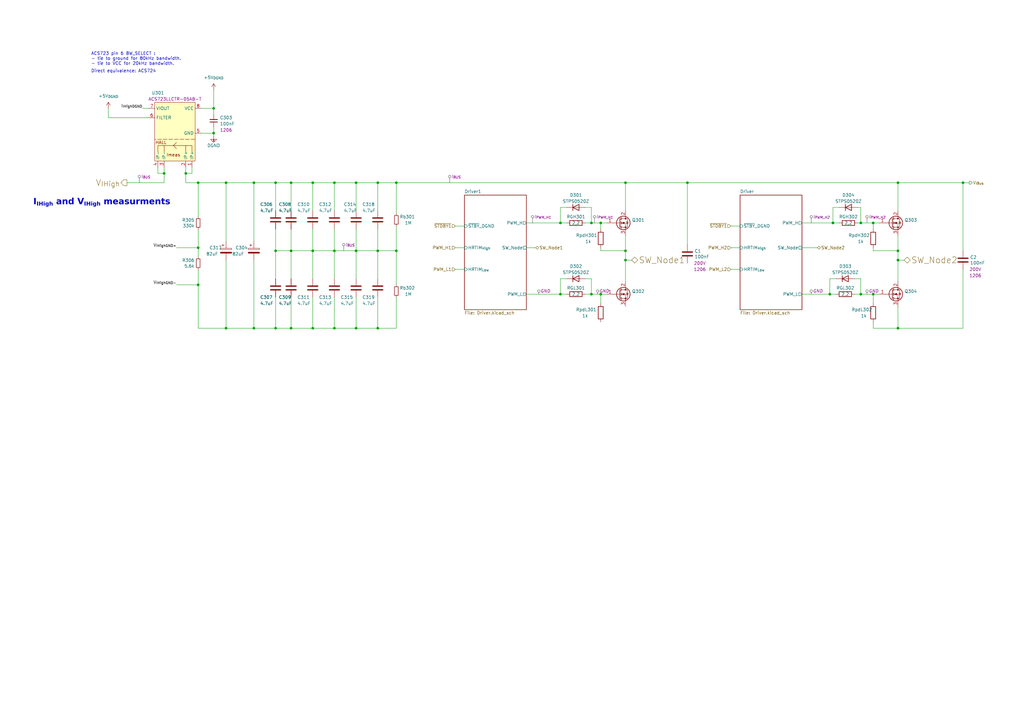
<source format=kicad_sch>
(kicad_sch (version 20250114) (generator "eeschema") (generator_version "9.0")
  (paper "A3")
  (title_block (title "Low side H bridge"))
  (lib_symbols
    (symbol "Device:C" (pin_numbers (hide yes)) (pin_names (offset 0.254))
      (property "Reference" "C" (at 0.635 2.54 0))
      (property "Value" "C" (at 0.635 -2.54 0))
      (symbol "C_0_1"
        (polyline (pts (xy -2.032 0.762) (xy 2.032 0.762)) (stroke (width 0.508)))
        (polyline (pts (xy -2.032 -0.762) (xy 2.032 -0.762)) (stroke (width 0.508)))
      )
      (symbol "C_1_1"
        (pin passive line (at 0 3.81 270) (length 2.794) (name "~") (number "1"))
        (pin passive line (at 0 -3.81 90) (length 2.794) (name "~") (number "2"))
      )
    )
    (symbol "Device:CP" (pin_numbers (hide yes)) (pin_names (offset 0.254))
      (property "Reference" "C" (at 0.635 2.54 0))
      (property "Value" "Device_CP" (at 0.635 -2.54 0))
      (symbol "CP_0_1"
        (rectangle (start -2.286 0.508) (end 2.286 1.016))
        (polyline (pts (xy -1.778 2.286) (xy -0.762 2.286)))
        (polyline (pts (xy -1.27 2.794) (xy -1.27 1.778)))
        (rectangle (start 2.286 -0.508) (end -2.286 -1.016) (fill (type outline)))
      )
      (symbol "CP_1_1"
        (pin passive line (at 0 3.81 270) (length 2.794) (name "~") (number "1"))
        (pin passive line (at 0 -3.81 90) (length 2.794) (name "~") (number "2"))
      )
    )
    (symbol "Device:C_Small" (pin_numbers (hide yes)) (pin_names (offset 0.254) (hide yes))
      (property "Reference" "C" (at 0.254 1.778 0))
      (property "Value" "C_Small" (at 0.254 -2.032 0))
      (symbol "C_Small_0_1"
        (polyline (pts (xy -1.524 0.508) (xy 1.524 0.508)) (stroke (width 0.3048)))
        (polyline (pts (xy -1.524 -0.508) (xy 1.524 -0.508)) (stroke (width 0.3302)))
      )
      (symbol "C_Small_1_1"
        (pin passive line (at 0 2.54 270) (length 2.032) (name "~") (number "1"))
        (pin passive line (at 0 -2.54 90) (length 2.032) (name "~") (number "2"))
      )
    )
    (symbol "Device:D" (pin_numbers (hide yes)) (pin_names (offset 1.016) (hide yes))
      (property "Reference" "D" (at 0 2.54 0))
      (property "Value" "D" (at 0 -2.54 0))
      (symbol "D_0_1"
        (polyline (pts (xy -1.27 1.27) (xy -1.27 -1.27)) (stroke (width 0.254)))
        (polyline (pts (xy 1.27 1.27) (xy 1.27 -1.27) (xy -1.27 0) (xy 1.27 1.27)) (stroke (width 0.254)))
        (polyline (pts (xy 1.27 0) (xy -1.27 0)))
      )
      (symbol "D_1_1"
        (pin passive line (at -3.81 0 0) (length 2.54) (name "K") (number "1"))
        (pin passive line (at 3.81 0 180) (length 2.54) (name "A") (number "2"))
      )
    )
    (symbol "Device:R" (pin_numbers (hide yes)) (pin_names (offset 0))
      (property "Reference" "R" (at 2.032 0 90))
      (property "Value" "R" (at 0 0 90))
      (symbol "R_0_1"
        (rectangle (start -1.016 -2.54) (end 1.016 2.54) (stroke (width 0.254)))
      )
      (symbol "R_1_1"
        (pin passive line (at 0 3.81 270) (length 1.27) (name "~") (number "1"))
        (pin passive line (at 0 -3.81 90) (length 1.27) (name "~") (number "2"))
      )
    )
    (symbol "Device:R_Small" (pin_numbers (hide yes)) (pin_names (offset 0.254) (hide yes))
      (property "Reference" "R" (at 0.762 0.508 0))
      (property "Value" "R_Small" (at 0.762 -1.016 0))
      (symbol "R_Small_0_1"
        (rectangle (start -0.762 1.778) (end 0.762 -1.778) (stroke (width 0.2032)))
      )
      (symbol "R_Small_1_1"
        (pin passive line (at 0 2.54 270) (length 0.762) (name "~") (number "1"))
        (pin passive line (at 0 -2.54 90) (length 0.762) (name "~") (number "2"))
      )
    )
    (symbol "R_Small_5" (pin_numbers (hide yes)) (pin_names (offset 0.254) (hide yes))
      (property "Reference" "R" (at 0.762 0.508 0))
      (property "Value" "R_Small_5" (at 0.762 -1.016 0))
      (symbol "R_Small_5_0_1"
        (rectangle (start -0.762 1.778) (end 0.762 -1.778) (stroke (width 0.2032)))
      )
      (symbol "R_Small_5_1_1"
        (pin passive line (at 0 2.54 270) (length 0.762) (name "~") (number "1"))
        (pin passive line (at 0 -2.54 90) (length 0.762) (name "~") (number "2"))
      )
    )
    (symbol "R_Small_6" (pin_numbers (hide yes)) (pin_names (offset 0.254) (hide yes))
      (property "Reference" "R" (at 0.762 0.508 0))
      (property "Value" "R_Small_6" (at 0.762 -1.016 0))
      (symbol "R_Small_6_0_1"
        (rectangle (start -0.762 1.778) (end 0.762 -1.778) (stroke (width 0.2032)))
      )
      (symbol "R_Small_6_1_1"
        (pin passive line (at 0 2.54 270) (length 0.762) (name "~") (number "1"))
        (pin passive line (at 0 -2.54 90) (length 0.762) (name "~") (number "2"))
      )
    )
    (symbol "Symbols:+12V_PGND" (power) (in_bom no) (on_board no)
      (property "Value" "+12V_PGND" (at -0.127 3.81 0))
      (symbol "+12V_PGND_0_1"
        (polyline (pts (xy -0.762 1.27) (xy 0 2.54)))
        (polyline (pts (xy 0 2.54) (xy 0.762 1.27)))
        (polyline (pts (xy 0 0) (xy 0 2.54)))
      )
      (symbol "+12V_PGND_1_1"
        (pin power_in line (at 0 0 90) (length 0) (hide yes) (name "+12V_PGND") (number "1"))
      )
    )
    (symbol "Symbols:ACS712ELCTR-20A-T"
      (property "Reference" "U602" (at 7.62 10.16 0))
      (property "Value" "+-20A Hall" (at 13.97 -15.24 0))
      (property "manf#" "ACS712ELCTR-20A-T" (at -8.89 10.16 0))
      (symbol "ACS712ELCTR-20A-T_0_0"
        (rectangle (start -8.89 8.89) (end 7.62 -15.24) (fill (type background)))
        (polyline (pts (xy -8.89 -6.35) (xy 7.62 -6.35)) (stroke (width 0) (type dash)))
        (polyline (pts (xy -1.27 -10.16) (xy 0 -8.89) (xy -1.27 -7.62)))
        (text "Imeas" (at 0 -12.7 0) (effects (font (size 1.27 1.27))))
        (text "HALL" (at 5.08 -7.62 0) (effects (font (size 1.27 1.27))))
      )
      (symbol "ACS712ELCTR-20A-T_0_1"
        (polyline (pts (xy -7.62 -11.43) (xy -7.62 -8.89) (xy 6.35 -8.89) (xy 6.35 -11.43)))
        (polyline (pts (xy -5.08 -11.43) (xy -5.08 -8.89)))
        (polyline (pts (xy 3.81 -11.43) (xy 3.81 -8.89)))
      )
      (symbol "ACS712ELCTR-20A-T_1_1"
        (pin power_in line (at -11.43 6.35 0) (length 2.54) (name "VCC") (number "8"))
        (pin power_in line (at -11.43 -3.81 0) (length 2.54) (name "GND") (number "5"))
        (pin passive line (at -7.62 -17.78 90) (length 2.54) (name "IP+") (number "1"))
        (pin passive line (at -5.08 -17.78 90) (length 2.54) (name "IP+") (number "2"))
        (pin passive line (at 3.81 -17.78 90) (length 2.54) (name "IP-") (number "3"))
        (pin passive line (at 6.35 -17.78 90) (length 2.54) (name "IP-") (number "4"))
        (pin output line (at 10.16 6.35 180) (length 2.54) (name "VIOUT") (number "7"))
        (pin passive line (at 10.16 2.54 180) (length 2.54) (name "FILTER") (number "6"))
      )
    )
    (symbol "Symbols:DGND" (power) (pin_names (offset 0))
      (property "Value" "DGND" (at 0 -3.81 0))
      (symbol "DGND_0_0"
        (text "D" (at 0 -1.778 0) (effects (font (size 0.63 0.63))))
      )
      (symbol "DGND_0_1"
        (polyline (pts (xy 0 0) (xy 0 -1.27) (xy 1.27 -1.27) (xy 0 -2.54) (xy -1.27 -1.27) (xy 0 -1.27)))
      )
      (symbol "DGND_1_1"
        (pin power_in line (at 0 0 270) (length 0) (hide yes) (name "DGND") (number "1"))
      )
    )
    (symbol "Transistor_FET:QM6006D" (pin_names (hide yes))
      (property "Reference" "Q" (at 5.08 1.905 0))
      (property "Value" "QM6006D" (at 5.08 0 0))
      (symbol "QM6006D_0_1"
        (polyline (pts (xy 0.254 1.905) (xy 0.254 -1.905)) (stroke (width 0.254)))
        (polyline (pts (xy 0.254 0) (xy -2.54 0)))
        (polyline (pts (xy 0.762 2.286) (xy 0.762 1.27)) (stroke (width 0.254)))
        (polyline (pts (xy 0.762 0.508) (xy 0.762 -0.508)) (stroke (width 0.254)))
        (polyline (pts (xy 0.762 -1.27) (xy 0.762 -2.286)) (stroke (width 0.254)))
        (polyline (pts (xy 0.762 -1.778) (xy 3.302 -1.778) (xy 3.302 1.778) (xy 0.762 1.778)))
        (polyline (pts (xy 1.016 0) (xy 2.032 0.381) (xy 2.032 -0.381) (xy 1.016 0)) (fill (type outline)))
        (circle (center 1.651 0) (radius 2.794) (stroke (width 0.254)))
        (polyline (pts (xy 2.54 2.54) (xy 2.54 1.778)))
        (circle (center 2.54 1.778) (radius 0.254) (fill (type outline)))
        (circle (center 2.54 -1.778) (radius 0.254) (fill (type outline)))
        (polyline (pts (xy 2.54 -2.54) (xy 2.54 0) (xy 0.762 0)))
        (polyline (pts (xy 2.794 0.508) (xy 2.921 0.381) (xy 3.683 0.381) (xy 3.81 0.254)))
        (polyline (pts (xy 3.302 0.381) (xy 2.921 -0.254) (xy 3.683 -0.254) (xy 3.302 0.381)))
      )
      (symbol "QM6006D_1_1"
        (pin input line (at -5.08 0 0) (length 2.54) (name "G") (number "1"))
        (pin passive line (at 2.54 5.08 270) (length 2.54) (name "D") (number "2"))
        (pin passive line (at 2.54 -5.08 90) (length 2.54) (name "S") (number "3"))
      )
    )
  )
  (text "I_{IHigh} and V_{IHigh} measurments\n" (at 69.85 85.09 0) (effects (font (size 2.54 2.54) (thickness 0.4978) (bold yes)) (justify right bottom)))
  (text "ACS723 pin 6 BW_SELECT :\n- tie to ground for 80kHz bandwidth.\n- tie to VCC for 20kHz bandwidth." (at 37.338 26.924 0) (effects (font (size 1.27 1.27)) (justify left bottom)))
  (text "Direct equivalence: ACS724" (at 37.338 29.972 0) (effects (font (size 1.27 1.27)) (justify left bottom)))
  (junction (at 146.05 134.62))
  (junction (at 281.94 74.93))
  (junction (at 229.87 91.44))
  (junction (at 104.14 74.93))
  (junction (at 246.38 120.65))
  (junction (at 128.27 74.93))
  (junction (at 81.28 116.84))
  (junction (at 368.3 102.87))
  (junction (at 146.05 74.93))
  (junction (at 67.31 71.12))
  (junction (at 368.3 134.62))
  (junction (at 154.94 74.93))
  (junction (at 119.38 74.93))
  (junction (at 162.56 74.93))
  (junction (at 128.27 102.87))
  (junction (at 154.94 134.62))
  (junction (at 246.38 91.44))
  (junction (at 358.14 120.65))
  (junction (at 256.54 106.68))
  (junction (at 87.63 44.45))
  (junction (at 87.63 54.61))
  (junction (at 341.63 91.44))
  (junction (at 92.71 74.93))
  (junction (at 137.16 74.93))
  (junction (at 146.05 102.87))
  (junction (at 104.14 134.62))
  (junction (at 113.03 74.93))
  (junction (at 242.57 91.44))
  (junction (at 119.38 102.87))
  (junction (at 113.03 134.62))
  (junction (at 394.97 74.93))
  (junction (at 256.54 102.87))
  (junction (at 229.87 120.65))
  (junction (at 137.16 134.62))
  (junction (at 154.94 102.87))
  (junction (at 368.3 106.68))
  (junction (at 81.28 74.93))
  (junction (at 119.38 134.62))
  (junction (at 76.2 71.12))
  (junction (at 137.16 102.87))
  (junction (at 353.06 120.65))
  (junction (at 256.54 74.93))
  (junction (at 92.71 134.62))
  (junction (at 162.56 102.87))
  (junction (at 81.28 101.6))
  (junction (at 368.3 74.93))
  (junction (at 242.57 120.65))
  (junction (at 113.03 102.87))
  (junction (at 128.27 134.62))
  (junction (at 340.36 120.65))
  (junction (at 358.14 91.44))
  (junction (at 353.06 91.44))
  (wire (pts (xy 92.71 74.93) (xy 104.14 74.93)))
  (wire (pts (xy 87.63 52.07) (xy 87.63 54.61)))
  (wire (pts (xy 215.9 101.6) (xy 219.71 101.6)))
  (wire (pts (xy 104.14 134.62) (xy 113.03 134.62)) (stroke (width 0.1524)))
  (wire (pts (xy 350.52 114.3) (xy 353.06 114.3)))
  (wire (pts (xy 137.16 121.92) (xy 137.16 134.62)) (stroke (width 0.1524)))
  (wire (pts (xy 81.28 101.6) (xy 81.28 105.41)))
  (wire (pts (xy 394.97 102.87) (xy 394.97 74.93)))
  (wire (pts (xy 394.97 74.93) (xy 368.3 74.93)))
  (wire (pts (xy 128.27 74.93) (xy 137.16 74.93)))
  (wire (pts (xy 229.87 114.3) (xy 229.87 120.65)))
  (wire (pts (xy 137.16 93.98) (xy 137.16 102.87)) (stroke (width 0.1524)))
  (wire (pts (xy 368.3 106.68) (xy 368.3 115.57)))
  (wire (pts (xy 64.77 71.12) (xy 64.77 68.58)) (stroke (width 0.1524)))
  (wire (pts (xy 104.14 74.93) (xy 113.03 74.93)))
  (wire (pts (xy 162.56 102.87) (xy 162.56 116.84)) (stroke (width 0.1524)))
  (wire (pts (xy 113.03 74.93) (xy 119.38 74.93)))
  (wire (pts (xy 119.38 74.93) (xy 128.27 74.93)))
  (wire (pts (xy 256.54 102.87) (xy 256.54 106.68)))
  (wire (pts (xy 128.27 121.92) (xy 128.27 134.62)) (stroke (width 0.1524)))
  (wire (pts (xy 76.2 68.58) (xy 76.2 71.12)))
  (wire (pts (xy 76.2 74.93) (xy 81.28 74.93)))
  (wire (pts (xy 394.97 110.49) (xy 394.97 134.62)) (stroke (width 0.1524)))
  (wire (pts (xy 256.54 102.87) (xy 246.38 102.87)))
  (wire (pts (xy 340.36 120.65) (xy 342.9 120.65)))
  (wire (pts (xy 137.16 74.93) (xy 137.16 86.36)))
  (wire (pts (xy 87.63 44.45) (xy 87.63 46.99)))
  (wire (pts (xy 78.74 71.12) (xy 78.74 68.58)))
  (wire (pts (xy 190.5 110.49) (xy 186.69 110.49)))
  (wire (pts (xy 368.3 102.87) (xy 358.14 102.87)))
  (wire (pts (xy 368.3 106.68) (xy 370.84 106.68)))
  (wire (pts (xy 82.55 44.45) (xy 87.63 44.45)))
  (wire (pts (xy 394.97 74.93) (xy 397.51 74.93)))
  (wire (pts (xy 229.87 85.09) (xy 232.41 85.09)))
  (wire (pts (xy 146.05 74.93) (xy 146.05 86.36)))
  (wire (pts (xy 154.94 102.87) (xy 162.56 102.87)) (stroke (width 0.1524)))
  (wire (pts (xy 154.94 134.62) (xy 162.56 134.62)) (stroke (width 0.1524)))
  (wire (pts (xy 128.27 134.62) (xy 137.16 134.62)) (stroke (width 0.1524)))
  (wire (pts (xy 146.05 102.87) (xy 146.05 114.3)) (stroke (width 0.1524)))
  (wire (pts (xy 92.71 134.62) (xy 104.14 134.62)) (stroke (width 0.1524)))
  (wire (pts (xy 229.87 85.09) (xy 229.87 91.44)))
  (wire (pts (xy 351.79 85.09) (xy 353.06 85.09)))
  (wire (pts (xy 128.27 93.98) (xy 128.27 102.87)) (stroke (width 0.1524)))
  (wire (pts (xy 87.63 54.61) (xy 87.63 55.88)))
  (wire (pts (xy 353.06 120.65) (xy 353.06 114.3)))
  (wire (pts (xy 119.38 102.87) (xy 128.27 102.87)) (stroke (width 0.1524)))
  (wire (pts (xy 119.38 102.87) (xy 119.38 114.3)) (stroke (width 0.1524)))
  (wire (pts (xy 81.28 74.93) (xy 81.28 88.9)))
  (wire (pts (xy 351.79 91.44) (xy 353.06 91.44)))
  (wire (pts (xy 240.03 120.65) (xy 242.57 120.65)))
  (wire (pts (xy 162.56 92.71) (xy 162.56 102.87)) (stroke (width 0.1524)))
  (wire (pts (xy 67.31 71.12) (xy 64.77 71.12)) (stroke (width 0.1524)))
  (wire (pts (xy 154.94 74.93) (xy 154.94 86.36)))
  (wire (pts (xy 328.93 91.44) (xy 341.63 91.44)))
  (wire (pts (xy 113.03 134.62) (xy 119.38 134.62)) (stroke (width 0.1524)))
  (wire (pts (xy 344.17 91.44) (xy 341.63 91.44)))
  (wire (pts (xy 119.38 93.98) (xy 119.38 102.87)) (stroke (width 0.1524)))
  (wire (pts (xy 44.45 44.45) (xy 44.45 48.26)))
  (wire (pts (xy 242.57 120.65) (xy 242.57 114.3)))
  (wire (pts (xy 104.14 106.68) (xy 104.14 134.62)) (stroke (width 0.1524)))
  (wire (pts (xy 81.28 74.93) (xy 92.71 74.93)))
  (wire (pts (xy 162.56 74.93) (xy 162.56 87.63)))
  (wire (pts (xy 256.54 96.52) (xy 256.54 102.87)))
  (wire (pts (xy 154.94 121.92) (xy 154.94 134.62)) (stroke (width 0.1524)))
  (wire (pts (xy 328.93 120.65) (xy 340.36 120.65)))
  (wire (pts (xy 154.94 102.87) (xy 154.94 114.3)) (stroke (width 0.1524)))
  (wire (pts (xy 256.54 106.68) (xy 256.54 115.57)))
  (wire (pts (xy 232.41 114.3) (xy 229.87 114.3)))
  (wire (pts (xy 76.2 71.12) (xy 78.74 71.12)))
  (wire (pts (xy 67.31 68.58) (xy 67.31 71.12)) (stroke (width 0.1524)))
  (wire (pts (xy 246.38 91.44) (xy 246.38 93.98)))
  (wire (pts (xy 341.63 85.09) (xy 341.63 91.44)))
  (wire (pts (xy 76.2 71.12) (xy 76.2 74.93)))
  (wire (pts (xy 119.38 134.62) (xy 128.27 134.62)) (stroke (width 0.1524)))
  (wire (pts (xy 353.06 91.44) (xy 358.14 91.44)))
  (wire (pts (xy 137.16 74.93) (xy 146.05 74.93)))
  (wire (pts (xy 242.57 91.44) (xy 242.57 85.09)))
  (wire (pts (xy 137.16 102.87) (xy 137.16 114.3)) (stroke (width 0.1524)))
  (wire (pts (xy 104.14 74.93) (xy 104.14 99.06)))
  (wire (pts (xy 368.3 74.93) (xy 368.3 86.36)))
  (wire (pts (xy 113.03 102.87) (xy 119.38 102.87)) (stroke (width 0.1524)))
  (wire (pts (xy 340.36 114.3) (xy 340.36 120.65)))
  (wire (pts (xy 358.14 101.6) (xy 358.14 102.87)))
  (wire (pts (xy 146.05 121.92) (xy 146.05 134.62)) (stroke (width 0.1524)))
  (wire (pts (xy 119.38 121.92) (xy 119.38 134.62)) (stroke (width 0.1524)))
  (wire (pts (xy 162.56 74.93) (xy 256.54 74.93)))
  (wire (pts (xy 92.71 106.68) (xy 92.71 134.62)) (stroke (width 0.1524)))
  (wire (pts (xy 146.05 102.87) (xy 154.94 102.87)) (stroke (width 0.1524)))
  (wire (pts (xy 113.03 121.92) (xy 113.03 134.62)) (stroke (width 0.1524)))
  (wire (pts (xy 242.57 91.44) (xy 246.38 91.44)))
  (wire (pts (xy 113.03 93.98) (xy 113.03 102.87)) (stroke (width 0.1524)))
  (wire (pts (xy 229.87 120.65) (xy 232.41 120.65)))
  (wire (pts (xy 246.38 101.6) (xy 246.38 102.87)))
  (wire (pts (xy 246.38 120.65) (xy 248.92 120.65)))
  (wire (pts (xy 113.03 74.93) (xy 113.03 86.36)))
  (wire (pts (xy 162.56 121.92) (xy 162.56 134.62)) (stroke (width 0.1524)))
  (wire (pts (xy 256.54 74.93) (xy 281.94 74.93)))
  (wire (pts (xy 256.54 106.68) (xy 259.08 106.68)))
  (wire (pts (xy 154.94 74.93) (xy 162.56 74.93)))
  (wire (pts (xy 87.63 36.83) (xy 87.63 44.45)))
  (wire (pts (xy 146.05 134.62) (xy 154.94 134.62)) (stroke (width 0.1524)))
  (wire (pts (xy 190.5 101.6) (xy 186.69 101.6)))
  (wire (pts (xy 81.28 110.49) (xy 81.28 116.84)) (stroke (width 0.1524)))
  (wire (pts (xy 342.9 114.3) (xy 340.36 114.3)))
  (wire (pts (xy 303.53 110.49) (xy 299.72 110.49)))
  (wire (pts (xy 44.45 48.26) (xy 60.96 48.26)))
  (wire (pts (xy 246.38 124.46) (xy 246.38 120.65)))
  (wire (pts (xy 72.39 116.84) (xy 81.28 116.84)) (stroke (width 0.1524)))
  (wire (pts (xy 358.14 132.08) (xy 358.14 134.62)) (stroke (width 0.1524)))
  (wire (pts (xy 137.16 102.87) (xy 146.05 102.87)) (stroke (width 0.1524)))
  (wire (pts (xy 281.94 74.93) (xy 281.94 100.33)))
  (wire (pts (xy 358.14 91.44) (xy 358.14 93.98)))
  (wire (pts (xy 113.03 102.87) (xy 113.03 114.3)) (stroke (width 0.1524)))
  (wire (pts (xy 368.3 96.52) (xy 368.3 102.87)))
  (wire (pts (xy 344.17 85.09) (xy 341.63 85.09)))
  (wire (pts (xy 67.31 71.12) (xy 67.31 74.93)) (stroke (width 0.1524)))
  (wire (pts (xy 128.27 74.93) (xy 128.27 86.36)))
  (wire (pts (xy 81.28 93.98) (xy 81.28 101.6)))
  (wire (pts (xy 358.14 120.65) (xy 360.68 120.65)))
  (wire (pts (xy 256.54 74.93) (xy 256.54 86.36)))
  (wire (pts (xy 394.97 134.62) (xy 368.3 134.62)) (stroke (width 0.1524)))
  (wire (pts (xy 52.07 74.93) (xy 67.31 74.93)) (stroke (width 0.1524)))
  (wire (pts (xy 146.05 74.93) (xy 154.94 74.93)))
  (wire (pts (xy 358.14 124.46) (xy 358.14 120.65)))
  (wire (pts (xy 303.53 101.6) (xy 299.72 101.6)))
  (wire (pts (xy 248.92 91.44) (xy 246.38 91.44)))
  (wire (pts (xy 240.03 114.3) (xy 242.57 114.3)))
  (wire (pts (xy 360.68 91.44) (xy 358.14 91.44)))
  (wire (pts (xy 232.41 91.44) (xy 229.87 91.44)))
  (wire (pts (xy 240.03 91.44) (xy 242.57 91.44)))
  (wire (pts (xy 128.27 102.87) (xy 128.27 114.3)) (stroke (width 0.1524)))
  (wire (pts (xy 137.16 134.62) (xy 146.05 134.62)) (stroke (width 0.1524)))
  (wire (pts (xy 190.5 92.71) (xy 186.69 92.71)))
  (wire (pts (xy 368.3 125.73) (xy 368.3 134.62)) (stroke (width 0.1524)))
  (wire (pts (xy 303.53 92.71) (xy 299.72 92.71)))
  (wire (pts (xy 353.06 91.44) (xy 353.06 85.09)))
  (wire (pts (xy 81.28 134.62) (xy 92.71 134.62)) (stroke (width 0.1524)))
  (wire (pts (xy 215.9 120.65) (xy 229.87 120.65)))
  (wire (pts (xy 215.9 91.44) (xy 229.87 91.44)))
  (wire (pts (xy 81.28 116.84) (xy 81.28 134.62)) (stroke (width 0.1524)))
  (wire (pts (xy 92.71 74.93) (xy 92.71 99.06)))
  (wire (pts (xy 328.93 101.6) (xy 335.28 101.6)))
  (wire (pts (xy 58.42 44.45) (xy 60.96 44.45)))
  (wire (pts (xy 128.27 102.87) (xy 137.16 102.87)) (stroke (width 0.1524)))
  (wire (pts (xy 242.57 120.65) (xy 246.38 120.65)))
  (wire (pts (xy 87.63 54.61) (xy 82.55 54.61)))
  (wire (pts (xy 240.03 85.09) (xy 242.57 85.09)))
  (wire (pts (xy 350.52 120.65) (xy 353.06 120.65)))
  (wire (pts (xy 368.3 106.68) (xy 368.3 102.87)))
  (wire (pts (xy 146.05 93.98) (xy 146.05 102.87)) (stroke (width 0.1524)))
  (wire (pts (xy 119.38 74.93) (xy 119.38 86.36)))
  (wire (pts (xy 353.06 120.65) (xy 358.14 120.65)))
  (wire (pts (xy 72.39 101.6) (xy 81.28 101.6)))
  (wire (pts (xy 281.94 74.93) (xy 368.3 74.93)))
  (wire (pts (xy 358.14 134.62) (xy 368.3 134.62)) (stroke (width 0.1524)))
  (wire (pts (xy 154.94 93.98) (xy 154.94 102.87)) (stroke (width 0.1524)))
  (label "I_{IHigh}_{DGND}" (at 58.42 44.45 180))
  (label "V_{IHigh}_{GND}_{-}" (at 72.39 116.84 180))
  (label "V_{IHigh}_{GND}_{+}" (at 72.39 101.6 180))
  (hierarchical_label "SW_Node1" (shape bidirectional) (at 219.71 101.6 0))
  (hierarchical_label "V_{IBus}" (shape output) (at 397.51 74.93 0))
  (hierarchical_label "SW_Node2" (shape bidirectional) (at 370.84 106.68 0) (effects (font (size 2.5 2.5))))
  (hierarchical_label "PWM_L1" (shape input) (at 186.69 110.49 180))
  (hierarchical_label "SW_Node1" (shape bidirectional) (at 259.08 106.68 0) (effects (font (size 2.5 2.5))))
  (hierarchical_label "PWM_L2" (shape input) (at 299.72 110.49 180))
  (hierarchical_label "PWM_H1" (shape input) (at 186.69 101.6 180))
  (hierarchical_label "SW_Node2" (shape bidirectional) (at 335.28 101.6 0))
  (hierarchical_label "V_{IHigh}" (shape output) (at 52.07 74.93 180) (effects (font (size 2.5 2.5))))
  (hierarchical_label "~{STDBY1}" (shape input) (at 299.72 92.71 180))
  (hierarchical_label "PWM_H2" (shape input) (at 299.72 101.6 180))
  (hierarchical_label "~{STDBY1}" (shape input) (at 186.69 92.71 180))
  (netclass_flag "" (length 1.27) (shape round) (at 332.74 120.65 0) (property "Netclass" "GND" (at 333.4385 119.38 0) (effects (font (italic yes)) (justify left))))
  (netclass_flag "" (length 1.27) (shape round) (at 355.6 120.65 0) (property "Netclass" "GND" (at 356.2985 119.38 0) (effects (font (italic yes)) (justify left))))
  (netclass_flag "" (length 2.54) (shape round) (at 57.15 74.93 0) (property "Netclass" "I_{BUS}" (at 57.8485 72.39 0) (effects (font (italic yes)) (justify left))))
  (netclass_flag "" (length 2.54) (shape round) (at 218.44 91.44 0) (property "Netclass" "I_{PWM_H1}" (at 219.1385 88.9 0) (effects (font (italic yes)) (justify left))))
  (netclass_flag "" (length 2.54) (shape round) (at 332.74 91.44 0) (property "Netclass" "I_{PWM_H2}" (at 333.4385 88.9 0) (effects (font (italic yes)) (justify left))))
  (netclass_flag "" (length 2.54) (shape round) (at 243.84 91.44 0) (property "Netclass" "I_{PWM_H1}" (at 244.5385 88.9 0) (effects (font (italic yes)) (justify left))))
  (netclass_flag "" (length 2.54) (shape round) (at 184.4535 74.93 0) (property "Netclass" "I_{BUS}" (at 185.152 72.39 0) (effects (font (italic yes)) (justify left))))
  (netclass_flag "" (length 1.27) (shape round) (at 220.98 120.65 0) (property "Netclass" "GND" (at 221.6785 119.38 0) (effects (font (italic yes)) (justify left))))
  (netclass_flag "" (length 1.27) (shape round) (at 245.11 120.65 0) (property "Netclass" "GND" (at 245.8085 119.38 0) (effects (font (italic yes)) (justify left))))
  (netclass_flag "" (length 2.54) (shape round) (at 355.6 91.44 0) (property "Netclass" "I_{PWM_H2}" (at 356.2985 88.9 0) (effects (font (italic yes)) (justify left))))
  (netclass_flag "" (length 2.54) (shape round) (at 140.97 102.87 0) (property "Netclass" "I_{BUS}" (at 141.6685 100.33 0) (effects (font (italic yes)) (justify left))))
  (symbol (lib_id "Transistor_FET:QM6006D") (at 254 120.65 0) (unit 1)
    (property "Reference" "Q302" (at 259.207 119.4816 0) (effects (justify left)))
    (property "Value" "IPD200N15N3GATMA1" (effects (hide yes)))
    (property "Footprint" "Package_TO_SOT_SMD:TO-252-2" (effects (hide yes)))
    (property "Datasheet" "${KIPRJMOD}\\datasheets\\IPD200N15N3.pdf" (effects (hide yes)))
  )
  (symbol (lib_id "Device:D") (at 236.22 85.09 0) (unit 1)
    (property "Reference" "D301" (at 236.22 80.01 0))
    (property "Value" "STPS0520Z" (at 236.22 82.55 0))
    (property "Footprint" "Diode_SMD:D_SOD-323" (effects (hide yes)))
    (property "Datasheet" "https://www.st.com/resource/en/datasheet/stps0520z.pdf" (effects (hide yes)))
  )
  (symbol (lib_id "Device:R") (at 358.14 128.27 180) (unit 1)
    (property "Reference" "RpdL302" (at 349.25 127 0) (effects (justify right)))
    (property "Value" "1k" (at 353.06 129.54 0) (effects (justify right)))
    (property "Footprint" "Resistor_SMD:R_0805_2012Metric" (effects (hide yes)))
  )
  (symbol (lib_id "Device:R") (at 346.71 120.65 90) (unit 1)
    (property "Reference" "RGL302" (at 346.71 118.11 90))
    (property "Value" "2,2" (at 346.71 120.65 90))
    (property "Footprint" "Resistor_SMD:R_0805_2012Metric" (effects (hide yes)))
  )
  (symbol (lib_id "Device:R_Small") (at 162.56 119.38 0) (mirror y) (unit 1)
    (property "Reference" "Rb302" (at 170.18 118.11 0) (effects (justify left)))
    (property "Value" "1M" (at 168.91 120.65 0) (effects (justify left)))
    (property "Footprint" "Resistor_SMD:R_0805_2012Metric" (effects (hide yes)))
  )
  (symbol (lib_id "Device:C") (at 394.97 106.68 0) (unit 1)
    (property "Reference" "C2" (at 397.891 105.5116 0) (effects (justify left)))
    (property "Value" "100nF" (at 397.891 107.823 0) (effects (justify left)))
    (property "Footprint" "Capacitor_SMD:C_1206_3216Metric_Pad1.33x1.80mm_HandSolder" (effects (hide yes)))
    (property "manf#" "C1206C103K2RAC" (effects (hide yes)))
    (property "VRating" "200V" (at 400.05 110.49 0))
    (property "Functional Block" "Power" (effects (hide yes)))
    (property "Subfunction" "Decoupling Capacitor" (effects (hide yes)))
    (property "Package" "1206" (at 400.05 113.03 0))
    (property "Dielectric" "X7R" (effects (hide yes)))
    (property "Voltage" "200V" (effects (hide yes)))
  )
  (symbol (lib_id "Transistor_FET:QM6006D") (at 254 91.44 0) (unit 1)
    (property "Reference" "Q301" (at 259.207 90.2716 0) (effects (justify left)))
    (property "Value" "IPD200N15N3GATMA1" (effects (hide yes)))
    (property "Footprint" "Package_TO_SOT_SMD:TO-252-2" (effects (hide yes)))
    (property "Datasheet" "${KIPRJMOD}\\datasheets\\IPD200N15N3.pdf" (effects (hide yes)))
  )
  (symbol (lib_id "Device:C") (at 119.38 118.11 0) (unit 1)
    (property "Reference" "C309" (at 114.3 121.92 0) (effects (justify left)))
    (property "Value" "4.7uF" (at 114.3 124.46 0) (effects (justify left)))
    (property "Footprint" "Footprints:C_1210_3225Metric" (effects (hide yes)))
    (property "Datasheet" "https://www.mouser.fr/datasheet/2/40/X7RDielectric-777024.pdf" (effects (hide yes)))
    (property "Ref" "12101C475KAT2A" (effects (hide yes)))
  )
  (symbol (lib_id "Device:C") (at 154.94 90.17 0) (unit 1)
    (property "Reference" "C318" (at 148.59 83.82 0) (effects (justify left)))
    (property "Value" "4.7uF" (at 148.59 86.36 0) (effects (justify left)))
    (property "Footprint" "Footprints:C_1210_3225Metric" (effects (hide yes)))
    (property "Datasheet" "https://www.mouser.fr/datasheet/2/40/X7RDielectric-777024.pdf" (effects (hide yes)))
    (property "Ref" "12101C475KAT2A" (effects (hide yes)))
  )
  (symbol (lib_id "Device:C") (at 154.94 118.11 0) (unit 1)
    (property "Reference" "C319" (at 148.59 121.92 0) (effects (justify left)))
    (property "Value" "4.7uF" (at 148.59 124.46 0) (effects (justify left)))
    (property "Footprint" "Footprints:C_1210_3225Metric" (effects (hide yes)))
    (property "Datasheet" "https://www.mouser.fr/datasheet/2/40/X7RDielectric-777024.pdf" (effects (hide yes)))
    (property "Ref" "12101C475KAT2A" (effects (hide yes)))
  )
  (symbol (lib_id "Device:CP") (at 104.14 102.87 0) (unit 1)
    (property "Reference" "C304" (at 96.52 101.6 0) (effects (justify left)))
    (property "Value" "82uF" (at 95.25 104.14 0) (effects (justify left)))
    (property "Footprint" "Capacitor_THT:CP_Radial_D18.0mm_P7.50mm" (effects (hide yes)))
  )
  (symbol (lib_name "R_Small_6") (lib_id "Device:R_Small") (at 81.28 107.95 0) (mirror y) (unit 1)
    (property "Reference" "R306" (at 79.7814 106.7816 0) (effects (justify left)))
    (property "Value" "5.6k" (at 79.7814 109.093 0) (effects (justify left)))
    (property "Footprint" "Footprints:R_0805_2012Metric" (effects (hide yes)))
    (property "Datasheet" "${KIPRJMOD}\\datasheet\\cr-1858361.pdf" (effects (hide yes)))
    (property "manf#" "CR0805-FX-5601ELF" (effects (hide yes)))
    (property "Package" "0805" (effects (hide yes)))
    (property "Technology" "Thick film" (effects (hide yes)))
  )
  (symbol (lib_id "Device:R") (at 236.22 91.44 90) (unit 1)
    (property "Reference" "RGH301" (at 236.22 88.9 90))
    (property "Value" "2,2" (at 236.22 91.44 90))
    (property "Footprint" "Resistor_SMD:R_0805_2012Metric" (effects (hide yes)))
  )
  (symbol (lib_id "Device:D") (at 236.22 114.3 0) (unit 1)
    (property "Reference" "D302" (at 236.22 109.22 0))
    (property "Value" "STPS0520Z" (at 236.22 111.76 0))
    (property "Footprint" "Diode_SMD:D_SOD-323" (effects (hide yes)))
    (property "Datasheet" "https://www.st.com/resource/en/datasheet/stps0520z.pdf" (effects (hide yes)))
  )
  (symbol (lib_id "Symbols:+12V_PGND") (at 87.63 36.83 0) (unit 1) (in_bom no) (on_board no)
    (property "Reference" "#PWR0305" (effects (hide yes)))
    (property "Value" "+5V_{DGND}" (at 87.63 31.75 0))
  )
  (symbol (lib_name "R_Small_5") (lib_id "Device:R_Small") (at 81.28 91.44 0) (mirror y) (unit 1)
    (property "Reference" "R305" (at 79.7814 90.2716 0) (effects (justify left)))
    (property "Value" "330k" (at 79.7814 92.583 0) (effects (justify left)))
    (property "Footprint" "Footprints:R_0805_2012Metric" (effects (hide yes)))
    (property "Datasheet" "${KIPRJMOD}\\datasheet\\cr-1858361.pdf" (effects (hide yes)))
    (property "manf#" "CR0805-FX-3303ELF" (effects (hide yes)))
    (property "Package" "0805" (effects (hide yes)))
    (property "Technology" "Thick film" (effects (hide yes)))
  )
  (symbol (lib_id "Device:C") (at 281.94 104.14 0) (unit 1)
    (property "Reference" "C1" (at 284.861 102.9716 0) (effects (justify left)))
    (property "Value" "100nF" (at 284.861 105.283 0) (effects (justify left)))
    (property "Footprint" "Capacitor_SMD:C_1206_3216Metric_Pad1.33x1.80mm_HandSolder" (effects (hide yes)))
    (property "manf#" "C1206C103K2RAC" (effects (hide yes)))
    (property "VRating" "200V" (at 287.02 107.95 0))
    (property "Functional Block" "Power" (effects (hide yes)))
    (property "Subfunction" "Decoupling Capacitor" (effects (hide yes)))
    (property "Package" "1206" (at 287.02 110.49 0))
    (property "Dielectric" "X7R" (effects (hide yes)))
    (property "Voltage" "200V" (effects (hide yes)))
  )
  (symbol (lib_id "Device:C") (at 146.05 118.11 0) (unit 1)
    (property "Reference" "C315" (at 139.7 121.92 0) (effects (justify left)))
    (property "Value" "4.7uF" (at 139.7 124.46 0) (effects (justify left)))
    (property "Footprint" "Footprints:C_1210_3225Metric" (effects (hide yes)))
    (property "Datasheet" "https://www.mouser.fr/datasheet/2/40/X7RDielectric-777024.pdf" (effects (hide yes)))
    (property "Ref" "12101C475KAT2A" (effects (hide yes)))
  )
  (symbol (lib_id "Device:D") (at 347.98 85.09 0) (unit 1)
    (property "Reference" "D304" (at 347.98 80.01 0))
    (property "Value" "STPS0520Z" (at 347.98 82.55 0))
    (property "Footprint" "Diode_SMD:D_SOD-323" (effects (hide yes)))
    (property "Datasheet" "https://www.st.com/resource/en/datasheet/stps0520z.pdf" (effects (hide yes)))
  )
  (symbol (lib_id "Device:C") (at 137.16 90.17 0) (unit 1)
    (property "Reference" "C312" (at 130.81 83.82 0) (effects (justify left)))
    (property "Value" "4.7uF" (at 130.81 86.36 0) (effects (justify left)))
    (property "Footprint" "Footprints:C_1210_3225Metric" (effects (hide yes)))
    (property "Datasheet" "https://www.mouser.fr/datasheet/2/40/X7RDielectric-777024.pdf" (effects (hide yes)))
    (property "Ref" "12101C475KAT2A" (effects (hide yes)))
  )
  (symbol (lib_id "Device:R_Small") (at 162.56 90.17 0) (mirror y) (unit 1)
    (property "Reference" "Rb301" (at 170.18 88.9 0) (effects (justify left)))
    (property "Value" "1M" (at 168.91 91.44 0) (effects (justify left)))
    (property "Footprint" "Resistor_SMD:R_0805_2012Metric" (effects (hide yes)))
  )
  (symbol (lib_id "Symbols:DGND") (at 87.63 55.88 0) (unit 1)
    (property "Reference" "#PWR0307" (effects (hide yes)))
    (property "Value" "DGND" (at 87.63 59.69 0))
  )
  (symbol (lib_id "Device:R") (at 347.98 91.44 90) (unit 1)
    (property "Reference" "RGH302" (at 347.98 88.9 90))
    (property "Value" "2,2" (at 347.98 91.44 90))
    (property "Footprint" "Resistor_SMD:R_0805_2012Metric" (effects (hide yes)))
  )
  (symbol (lib_id "Device:R") (at 246.38 128.27 180) (unit 1)
    (property "Reference" "RpdL301" (at 236.22 127 0) (effects (justify right)))
    (property "Value" "1k" (at 238.76 129.54 0) (effects (justify right)))
    (property "Footprint" "Resistor_SMD:R_0805_2012Metric" (effects (hide yes)))
  )
  (symbol (lib_id "Device:C") (at 113.03 118.11 0) (unit 1)
    (property "Reference" "C307" (at 106.68 121.92 0) (effects (justify left)))
    (property "Value" "4.7uF" (at 106.68 124.46 0) (effects (justify left)))
    (property "Footprint" "Footprints:C_1210_3225Metric" (effects (hide yes)))
    (property "Datasheet" "https://www.mouser.fr/datasheet/2/40/X7RDielectric-777024.pdf" (effects (hide yes)))
    (property "Ref" "12101C475KAT2A" (effects (hide yes)))
  )
  (symbol (lib_id "Device:C") (at 113.03 90.17 0) (unit 1)
    (property "Reference" "C306" (at 106.68 83.82 0) (effects (justify left)))
    (property "Value" "4.7uF" (at 106.68 86.36 0) (effects (justify left)))
    (property "Footprint" "Footprints:C_1210_3225Metric" (effects (hide yes)))
    (property "Datasheet" "https://www.mouser.fr/datasheet/2/40/X7RDielectric-777024.pdf" (effects (hide yes)))
    (property "Ref" "12101C475KAT2A" (effects (hide yes)))
  )
  (symbol (lib_id "Device:D") (at 346.71 114.3 0) (unit 1)
    (property "Reference" "D303" (at 346.71 109.22 0))
    (property "Value" "STPS0520Z" (at 346.71 111.76 0))
    (property "Footprint" "Diode_SMD:D_SOD-323" (effects (hide yes)))
    (property "Datasheet" "https://www.st.com/resource/en/datasheet/stps0520z.pdf" (effects (hide yes)))
  )
  (symbol (lib_id "Device:C_Small") (at 87.63 49.53 0) (mirror x) (unit 1)
    (property "Reference" "C303" (at 90.17 48.26 0) (effects (justify left)))
    (property "Value" "100nF" (at 90.17 50.8 0) (effects (justify left)))
    (property "Footprint" "Capacitor_SMD:C_1206_3216Metric" (effects (hide yes)))
    (property "Datasheet" "${KIPRJMOD}\\datasheet\\KEM_C1002_X7R_SMD-3316098.pdf" (effects (hide yes)))
    (property "manf#" "C1206C104K5RAC7867" (effects (hide yes)))
    (property "Voltage" "50V" (effects (hide yes)))
    (property "Package" "1206" (at 92.71 53.34 0))
    (property "Functional Block" "Measurement" (effects (hide yes)))
    (property "Metal content" "BaTiO3" (effects (hide yes)))
    (property "Subfunction" "VIHigh measure" (effects (hide yes)))
    (property "Dielectric" "X7R" (effects (hide yes)))
  )
  (symbol (lib_id "Transistor_FET:QM6006D") (at 365.76 120.65 0) (unit 1)
    (property "Reference" "Q304" (at 370.967 119.4816 0) (effects (justify left)))
    (property "Value" "IPD200N15N3GATMA1" (effects (hide yes)))
    (property "Footprint" "Package_TO_SOT_SMD:TO-252-2" (effects (hide yes)))
    (property "Datasheet" "${KIPRJMOD}\\datasheets\\IPD200N15N3.pdf" (effects (hide yes)))
  )
  (symbol (lib_id "Symbols:ACS712ELCTR-20A-T") (at 71.12 50.8 0) (mirror y) (unit 1)
    (property "Reference" "U301" (at 64.77 38.1 0))
    (property "Value" "+-20A Hall" (effects (hide yes)))
    (property "Footprint" "Package_SO:SOIC-8_3.9x4.9mm_P1.27mm" (effects (hide yes)))
    (property "Datasheet" "${KIPRJMOD}\\datasheets\\acs723.pdf" (effects (hide yes)))
    (property "manf#" "ACS723LLCTR-05AB-T" (at 71.755 40.64 0))
  )
  (symbol (lib_id "Device:C") (at 146.05 90.17 0) (unit 1)
    (property "Reference" "C314" (at 140.97 83.82 0) (effects (justify left)))
    (property "Value" "4.7uF" (at 140.97 86.36 0) (effects (justify left)))
    (property "Footprint" "Footprints:C_1210_3225Metric" (effects (hide yes)))
    (property "Datasheet" "https://www.mouser.fr/datasheet/2/40/X7RDielectric-777024.pdf" (effects (hide yes)))
    (property "Ref" "12101C475KAT2A" (effects (hide yes)))
  )
  (symbol (lib_id "Device:CP") (at 92.71 102.87 0) (unit 1)
    (property "Reference" "C317" (at 85.852 101.6 0) (effects (justify left)))
    (property "Value" "82uF" (at 84.582 104.14 0) (effects (justify left)))
    (property "Footprint" "Capacitor_THT:CP_Radial_D18.0mm_P7.50mm" (effects (hide yes)))
  )
  (symbol (lib_id "Device:C") (at 128.27 90.17 0) (unit 1)
    (property "Reference" "C310" (at 121.92 83.82 0) (effects (justify left)))
    (property "Value" "4.7uF" (at 121.92 86.36 0) (effects (justify left)))
    (property "Footprint" "Footprints:C_1210_3225Metric" (effects (hide yes)))
    (property "Datasheet" "https://www.mouser.fr/datasheet/2/40/X7RDielectric-777024.pdf" (effects (hide yes)))
    (property "Ref" "12101C475KAT2A" (effects (hide yes)))
  )
  (symbol (lib_id "Symbols:+12V_PGND") (at 44.45 44.45 0) (unit 1) (in_bom no) (on_board no)
    (property "Reference" "#PWR0301" (effects (hide yes)))
    (property "Value" "+5V_{DGND}" (at 44.45 39.37 0))
  )
  (symbol (lib_id "Transistor_FET:QM6006D") (at 365.76 91.44 0) (unit 1)
    (property "Reference" "Q303" (at 370.967 90.2716 0) (effects (justify left)))
    (property "Value" "IPD200N15N3GATMA1" (effects (hide yes)))
    (property "Footprint" "Package_TO_SOT_SMD:TO-252-2" (effects (hide yes)))
    (property "Datasheet" "${KIPRJMOD}\\datasheets\\IPD200N15N3.pdf" (effects (hide yes)))
  )
  (symbol (lib_id "Device:C") (at 119.38 90.17 0) (unit 1)
    (property "Reference" "C308" (at 114.3 83.82 0) (effects (justify left)))
    (property "Value" "4.7uF" (at 114.3 86.36 0) (effects (justify left)))
    (property "Footprint" "Footprints:C_1210_3225Metric" (effects (hide yes)))
    (property "Datasheet" "https://www.mouser.fr/datasheet/2/40/X7RDielectric-777024.pdf" (effects (hide yes)))
    (property "Ref" "12101C475KAT2A" (effects (hide yes)))
  )
  (symbol (lib_id "Device:C") (at 137.16 118.11 0) (unit 1)
    (property "Reference" "C313" (at 130.81 121.92 0) (effects (justify left)))
    (property "Value" "4.7uF" (at 130.81 124.46 0) (effects (justify left)))
    (property "Footprint" "Footprints:C_1210_3225Metric" (effects (hide yes)))
    (property "Datasheet" "https://www.mouser.fr/datasheet/2/40/X7RDielectric-777024.pdf" (effects (hide yes)))
    (property "Ref" "12101C475KAT2A" (effects (hide yes)))
  )
  (symbol (lib_id "Device:R") (at 246.38 97.79 180) (unit 1)
    (property "Reference" "RpdH301" (at 236.22 96.52 0) (effects (justify right)))
    (property "Value" "1k" (at 240.03 99.06 0) (effects (justify right)))
    (property "Footprint" "Resistor_SMD:R_0805_2012Metric" (effects (hide yes)))
  )
  (symbol (lib_id "Device:R") (at 358.14 97.79 180) (unit 1)
    (property "Reference" "RpdH302" (at 347.98 96.52 0) (effects (justify right)))
    (property "Value" "1k" (at 351.79 99.06 0) (effects (justify right)))
    (property "Footprint" "Resistor_SMD:R_0805_2012Metric" (effects (hide yes)))
  )
  (symbol (lib_id "Device:C") (at 128.27 118.11 0) (unit 1)
    (property "Reference" "C311" (at 121.92 121.92 0) (effects (justify left)))
    (property "Value" "4.7uF" (at 121.92 124.46 0) (effects (justify left)))
    (property "Footprint" "Footprints:C_1210_3225Metric" (effects (hide yes)))
    (property "Datasheet" "https://www.mouser.fr/datasheet/2/40/X7RDielectric-777024.pdf" (effects (hide yes)))
    (property "Ref" "12101C475KAT2A" (effects (hide yes)))
  )
  (symbol (lib_id "Device:R") (at 236.22 120.65 90) (unit 1)
    (property "Reference" "RGL301" (at 236.22 118.11 90))
    (property "Value" "2,2" (at 236.22 120.65 90))
    (property "Footprint" "Resistor_SMD:R_0805_2012Metric" (effects (hide yes)))
  )
  (sheet (at 190.5 80.01) (size 25.4 46.99) (stroke (width 0.1524))
    (property "Sheetname" "Driver1" (at 190.5 79.2984 0) (effects (justify left bottom)))
    (property "Sheetfile" "Driver.kicad_sch" (at 190.5 127.5846 0) (effects (justify left top)))
    (pin "PWM_L" output (at 215.9 120.65 0))
    (pin "PWM_H" output (at 215.9 91.44 0))
    (pin "SW_Node" passive (at 215.9 101.6 0))
    (pin "~{STBY}_DGND" input (at 190.5 92.71 180))
    (pin "HRTIM_{High}" input (at 190.5 101.6 180))
    (pin "HRTIM_{Low}" input (at 190.5 110.49 180))
  )
  (sheet (at 303.53 80.01) (size 25.4 46.99) (stroke (width 0.1524))
    (property "Sheetname" "Driver" (at 303.53 79.2984 0) (effects (justify left bottom)))
    (property "Sheetfile" "Driver.kicad_sch" (at 303.53 127.5846 0) (effects (justify left top)))
    (pin "PWM_L" output (at 328.93 120.65 0))
    (pin "PWM_H" output (at 328.93 91.44 0))
    (pin "SW_Node" passive (at 328.93 101.6 0))
    (pin "~{STBY}_DGND" input (at 303.53 92.71 180))
    (pin "HRTIM_{High}" input (at 303.53 101.6 180))
    (pin "HRTIM_{Low}" input (at 303.53 110.49 180))
  )
)
</source>
